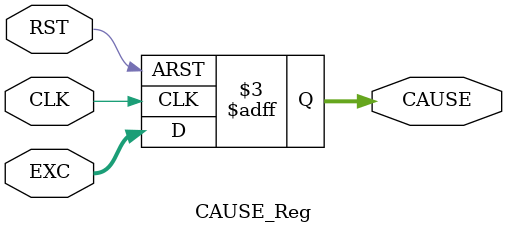
<source format=v>
module CAUSE_Reg (
    input   wire                CLK,
    input   wire                RST,
    input   wire    [31:0]      EXC,
    output  reg     [31:0]      CAUSE
);
    always @(posedge CLK, negedge RST) begin
        if(!RST)
            CAUSE <= 32'd0;
        else
            CAUSE <= EXC;
    end


endmodule
</source>
